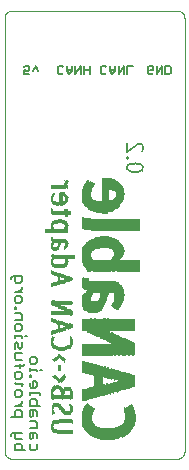
<source format=gbo>
G75*
%MOIN*%
%OFA0B0*%
%FSLAX25Y25*%
%IPPOS*%
%LPD*%
%AMOC8*
5,1,8,0,0,1.08239X$1,22.5*
%
%ADD10C,0.00000*%
%ADD11C,0.00600*%
%ADD12C,0.00500*%
%ADD13R,0.00286X0.01140*%
%ADD14R,0.00285X0.01140*%
%ADD15R,0.00286X0.02280*%
%ADD16R,0.00286X0.03140*%
%ADD17R,0.00286X0.02570*%
%ADD18R,0.00286X0.01430*%
%ADD19R,0.00286X0.01420*%
%ADD20R,0.00286X0.01710*%
%ADD21R,0.00286X0.00860*%
%ADD22R,0.00286X0.02000*%
%ADD23R,0.00286X0.02860*%
%ADD24R,0.00286X0.03720*%
%ADD25R,0.00286X0.03430*%
%ADD26R,0.00286X0.02570*%
%ADD27R,0.00286X0.01150*%
%ADD28R,0.00286X0.03710*%
%ADD29R,0.00286X0.02290*%
%ADD30R,0.00285X0.03430*%
%ADD31R,0.00285X0.04000*%
%ADD32R,0.00285X0.00290*%
%ADD33R,0.00285X0.00280*%
%ADD34R,0.00285X0.03720*%
%ADD35R,0.00285X0.01430*%
%ADD36R,0.00285X0.01720*%
%ADD37R,0.00285X0.04290*%
%ADD38R,0.00285X0.02000*%
%ADD39R,0.00286X0.01720*%
%ADD40R,0.00286X0.00580*%
%ADD41R,0.00286X0.00280*%
%ADD42R,0.00286X0.01140*%
%ADD43R,0.00286X0.00570*%
%ADD44R,0.00285X0.01420*%
%ADD45R,0.00285X0.01150*%
%ADD46R,0.00286X0.04000*%
%ADD47R,0.00286X0.04290*%
%ADD48R,0.00285X0.02290*%
%ADD49R,0.00285X0.02570*%
%ADD50R,0.00285X0.01140*%
%ADD51R,0.00286X0.04570*%
%ADD52R,0.00285X0.02280*%
%ADD53R,0.00285X0.01710*%
%ADD54R,0.00285X0.04570*%
%ADD55R,0.00286X0.01720*%
%ADD56R,0.00286X0.02850*%
%ADD57R,0.00285X0.03140*%
%ADD58R,0.00285X0.02860*%
%ADD59R,0.00286X0.00570*%
%ADD60R,0.00286X0.00850*%
%ADD61R,0.00286X0.03420*%
%ADD62R,0.00285X0.05430*%
%ADD63R,0.00285X0.03710*%
%ADD64R,0.00285X0.05140*%
%ADD65R,0.00285X0.04860*%
%ADD66R,0.00286X0.06850*%
%ADD67R,0.00286X0.05140*%
%ADD68R,0.00286X0.06570*%
%ADD69R,0.00286X0.06280*%
%ADD70R,0.00286X0.08000*%
%ADD71R,0.00286X0.05710*%
%ADD72R,0.00286X0.07430*%
%ADD73R,0.00286X0.07150*%
%ADD74R,0.00285X0.08860*%
%ADD75R,0.00285X0.06290*%
%ADD76R,0.00285X0.08000*%
%ADD77R,0.00285X0.07710*%
%ADD78R,0.00286X0.09430*%
%ADD79R,0.00286X0.04280*%
%ADD80R,0.00286X0.09150*%
%ADD81R,0.00286X0.08570*%
%ADD82R,0.00286X0.09710*%
%ADD83R,0.00286X0.04570*%
%ADD84R,0.00286X0.11150*%
%ADD85R,0.00286X0.09720*%
%ADD86R,0.00286X0.03720*%
%ADD87R,0.00286X0.09140*%
%ADD88R,0.00286X0.10000*%
%ADD89R,0.00285X0.10000*%
%ADD90R,0.00285X0.04280*%
%ADD91R,0.00285X0.10570*%
%ADD92R,0.00285X0.10290*%
%ADD93R,0.00285X0.09720*%
%ADD94R,0.00286X0.04860*%
%ADD95R,0.00286X0.10570*%
%ADD96R,0.00285X0.03150*%
%ADD97R,0.00286X0.05430*%
%ADD98R,0.00286X0.04580*%
%ADD99R,0.00286X0.11430*%
%ADD100R,0.00286X0.05720*%
%ADD101R,0.00285X0.11430*%
%ADD102R,0.00285X0.05720*%
%ADD103R,0.00286X0.06000*%
%ADD104R,0.00285X0.10860*%
%ADD105R,0.00285X0.06000*%
%ADD106R,0.00286X0.10860*%
%ADD107R,0.00286X0.06290*%
%ADD108R,0.00286X0.10280*%
%ADD109R,0.00286X0.06570*%
%ADD110R,0.00285X0.10280*%
%ADD111R,0.00285X0.06570*%
%ADD112R,0.00285X0.05710*%
%ADD113R,0.00286X0.06860*%
%ADD114R,0.00286X0.11720*%
%ADD115R,0.00285X0.07140*%
%ADD116R,0.00285X0.11720*%
%ADD117R,0.00286X0.07140*%
%ADD118R,0.00285X0.07430*%
%ADD119R,0.00286X0.07720*%
%ADD120R,0.00285X0.03420*%
%ADD121R,0.00286X0.07720*%
%ADD122R,0.00286X0.05150*%
%ADD123R,0.00285X0.07150*%
%ADD124R,0.00285X0.09430*%
%ADD125R,0.00286X0.09420*%
%ADD126R,0.00286X0.08850*%
%ADD127R,0.00285X0.06860*%
%ADD128R,0.00285X0.06570*%
%ADD129R,0.00285X0.08290*%
%ADD130R,0.00286X0.07710*%
%ADD131R,0.00285X0.06280*%
%ADD132R,0.00286X0.05720*%
%ADD133R,0.00285X0.05720*%
%ADD134R,0.00285X0.09140*%
%ADD135R,0.00285X0.03140*%
%ADD136R,0.00286X0.09140*%
%ADD137R,0.00286X0.08860*%
%ADD138R,0.00286X0.04850*%
%ADD139R,0.00285X0.00570*%
%ADD140R,0.00285X0.00570*%
%ADD141R,0.00285X0.00860*%
%ADD142R,0.00286X0.08570*%
%ADD143R,0.00285X0.00850*%
%ADD144R,0.00285X0.02570*%
D10*
X0035095Y0032058D02*
X0035095Y0176433D01*
X0035097Y0176531D01*
X0035103Y0176629D01*
X0035112Y0176727D01*
X0035126Y0176824D01*
X0035143Y0176921D01*
X0035164Y0177017D01*
X0035189Y0177112D01*
X0035217Y0177206D01*
X0035250Y0177298D01*
X0035285Y0177390D01*
X0035325Y0177480D01*
X0035367Y0177568D01*
X0035414Y0177655D01*
X0035463Y0177739D01*
X0035516Y0177822D01*
X0035572Y0177902D01*
X0035632Y0177981D01*
X0035694Y0178057D01*
X0035759Y0178130D01*
X0035827Y0178201D01*
X0035898Y0178269D01*
X0035971Y0178334D01*
X0036047Y0178396D01*
X0036126Y0178456D01*
X0036206Y0178512D01*
X0036289Y0178565D01*
X0036373Y0178614D01*
X0036460Y0178661D01*
X0036548Y0178703D01*
X0036638Y0178743D01*
X0036730Y0178778D01*
X0036822Y0178811D01*
X0036916Y0178839D01*
X0037011Y0178864D01*
X0037107Y0178885D01*
X0037204Y0178902D01*
X0037301Y0178916D01*
X0037399Y0178925D01*
X0037497Y0178931D01*
X0037595Y0178933D01*
X0092595Y0178933D01*
X0092693Y0178931D01*
X0092791Y0178925D01*
X0092889Y0178916D01*
X0092986Y0178902D01*
X0093083Y0178885D01*
X0093179Y0178864D01*
X0093274Y0178839D01*
X0093368Y0178811D01*
X0093460Y0178778D01*
X0093552Y0178743D01*
X0093642Y0178703D01*
X0093730Y0178661D01*
X0093817Y0178614D01*
X0093901Y0178565D01*
X0093984Y0178512D01*
X0094064Y0178456D01*
X0094143Y0178396D01*
X0094219Y0178334D01*
X0094292Y0178269D01*
X0094363Y0178201D01*
X0094431Y0178130D01*
X0094496Y0178057D01*
X0094558Y0177981D01*
X0094618Y0177902D01*
X0094674Y0177822D01*
X0094727Y0177739D01*
X0094776Y0177655D01*
X0094823Y0177568D01*
X0094865Y0177480D01*
X0094905Y0177390D01*
X0094940Y0177298D01*
X0094973Y0177206D01*
X0095001Y0177112D01*
X0095026Y0177017D01*
X0095047Y0176921D01*
X0095064Y0176824D01*
X0095078Y0176727D01*
X0095087Y0176629D01*
X0095093Y0176531D01*
X0095095Y0176433D01*
X0095095Y0032058D01*
X0095093Y0031960D01*
X0095087Y0031862D01*
X0095078Y0031764D01*
X0095064Y0031667D01*
X0095047Y0031570D01*
X0095026Y0031474D01*
X0095001Y0031379D01*
X0094973Y0031285D01*
X0094940Y0031193D01*
X0094905Y0031101D01*
X0094865Y0031011D01*
X0094823Y0030923D01*
X0094776Y0030836D01*
X0094727Y0030752D01*
X0094674Y0030669D01*
X0094618Y0030589D01*
X0094558Y0030510D01*
X0094496Y0030434D01*
X0094431Y0030361D01*
X0094363Y0030290D01*
X0094292Y0030222D01*
X0094219Y0030157D01*
X0094143Y0030095D01*
X0094064Y0030035D01*
X0093984Y0029979D01*
X0093901Y0029926D01*
X0093817Y0029877D01*
X0093730Y0029830D01*
X0093642Y0029788D01*
X0093552Y0029748D01*
X0093460Y0029713D01*
X0093368Y0029680D01*
X0093274Y0029652D01*
X0093179Y0029627D01*
X0093083Y0029606D01*
X0092986Y0029589D01*
X0092889Y0029575D01*
X0092791Y0029566D01*
X0092693Y0029560D01*
X0092595Y0029558D01*
X0037595Y0029558D01*
X0037497Y0029560D01*
X0037399Y0029566D01*
X0037301Y0029575D01*
X0037204Y0029589D01*
X0037107Y0029606D01*
X0037011Y0029627D01*
X0036916Y0029652D01*
X0036822Y0029680D01*
X0036730Y0029713D01*
X0036638Y0029748D01*
X0036548Y0029788D01*
X0036460Y0029830D01*
X0036373Y0029877D01*
X0036289Y0029926D01*
X0036206Y0029979D01*
X0036126Y0030035D01*
X0036047Y0030095D01*
X0035971Y0030157D01*
X0035898Y0030222D01*
X0035827Y0030290D01*
X0035759Y0030361D01*
X0035694Y0030434D01*
X0035632Y0030510D01*
X0035572Y0030589D01*
X0035516Y0030669D01*
X0035463Y0030752D01*
X0035414Y0030836D01*
X0035367Y0030923D01*
X0035325Y0031011D01*
X0035285Y0031101D01*
X0035250Y0031193D01*
X0035217Y0031285D01*
X0035189Y0031379D01*
X0035164Y0031474D01*
X0035143Y0031570D01*
X0035126Y0031667D01*
X0035112Y0031764D01*
X0035103Y0031862D01*
X0035097Y0031960D01*
X0035095Y0032058D01*
D11*
X0038520Y0032358D02*
X0038520Y0034060D01*
X0039087Y0034627D01*
X0040222Y0034627D01*
X0040789Y0034060D01*
X0040789Y0032358D01*
X0041923Y0032358D02*
X0038520Y0032358D01*
X0039087Y0036041D02*
X0038520Y0036608D01*
X0038520Y0038310D01*
X0037953Y0038310D02*
X0037386Y0037743D01*
X0037386Y0037176D01*
X0037953Y0038310D02*
X0040789Y0038310D01*
X0040789Y0036041D02*
X0039087Y0036041D01*
X0043520Y0036608D02*
X0044087Y0036041D01*
X0044654Y0036608D01*
X0044654Y0038310D01*
X0045222Y0038310D02*
X0043520Y0038310D01*
X0043520Y0036608D01*
X0043520Y0034627D02*
X0043520Y0032925D01*
X0044087Y0032358D01*
X0045222Y0032358D01*
X0045789Y0032925D01*
X0045789Y0034627D01*
X0045789Y0036608D02*
X0045789Y0037743D01*
X0045222Y0038310D01*
X0045789Y0039724D02*
X0045789Y0041426D01*
X0045222Y0041993D01*
X0043520Y0041993D01*
X0044087Y0043408D02*
X0043520Y0043975D01*
X0043520Y0045676D01*
X0045222Y0045676D01*
X0045789Y0045109D01*
X0045789Y0043975D01*
X0044654Y0043975D02*
X0044654Y0045676D01*
X0044654Y0043975D02*
X0044087Y0043408D01*
X0043520Y0047091D02*
X0043520Y0048792D01*
X0044087Y0049359D01*
X0045222Y0049359D01*
X0045789Y0048792D01*
X0045789Y0047091D01*
X0046923Y0047091D02*
X0043520Y0047091D01*
X0040789Y0047091D02*
X0038520Y0047091D01*
X0039654Y0047091D02*
X0040789Y0048225D01*
X0040789Y0048792D01*
X0040222Y0050160D02*
X0039087Y0050160D01*
X0038520Y0050727D01*
X0038520Y0051861D01*
X0039087Y0052429D01*
X0040222Y0052429D01*
X0040789Y0051861D01*
X0040789Y0050727D01*
X0040222Y0050160D01*
X0040789Y0053843D02*
X0040789Y0054977D01*
X0041356Y0054410D02*
X0039087Y0054410D01*
X0038520Y0054977D01*
X0039087Y0056298D02*
X0038520Y0056866D01*
X0038520Y0058000D01*
X0039087Y0058567D01*
X0040222Y0058567D01*
X0040789Y0058000D01*
X0040789Y0056866D01*
X0040222Y0056298D01*
X0039087Y0056298D01*
X0040222Y0059982D02*
X0040222Y0061116D01*
X0041356Y0060549D02*
X0038520Y0060549D01*
X0039087Y0062437D02*
X0038520Y0063004D01*
X0038520Y0064706D01*
X0040789Y0064706D01*
X0040222Y0066120D02*
X0039654Y0066687D01*
X0039654Y0067822D01*
X0039087Y0068389D01*
X0038520Y0067822D01*
X0038520Y0066120D01*
X0040222Y0066120D02*
X0040789Y0066687D01*
X0040789Y0068389D01*
X0040789Y0069803D02*
X0040789Y0070371D01*
X0038520Y0070371D01*
X0038520Y0070938D02*
X0038520Y0069803D01*
X0039087Y0072259D02*
X0038520Y0072826D01*
X0038520Y0073960D01*
X0039087Y0074527D01*
X0040222Y0074527D01*
X0040789Y0073960D01*
X0040789Y0072826D01*
X0040222Y0072259D01*
X0039087Y0072259D01*
X0038520Y0075942D02*
X0040789Y0075942D01*
X0040789Y0077643D01*
X0040222Y0078211D01*
X0038520Y0078211D01*
X0038520Y0079625D02*
X0038520Y0080192D01*
X0039087Y0080192D01*
X0039087Y0079625D01*
X0038520Y0079625D01*
X0039087Y0081467D02*
X0038520Y0082034D01*
X0038520Y0083168D01*
X0039087Y0083735D01*
X0040222Y0083735D01*
X0040789Y0083168D01*
X0040789Y0082034D01*
X0040222Y0081467D01*
X0039087Y0081467D01*
X0038520Y0085150D02*
X0040789Y0085150D01*
X0040789Y0086284D02*
X0040789Y0086851D01*
X0040789Y0086284D02*
X0039654Y0085150D01*
X0039087Y0088219D02*
X0038520Y0088786D01*
X0038520Y0090488D01*
X0037953Y0090488D02*
X0037386Y0089921D01*
X0037386Y0089353D01*
X0037953Y0090488D02*
X0040789Y0090488D01*
X0040789Y0088786D01*
X0040222Y0088219D01*
X0039087Y0088219D01*
X0041923Y0070371D02*
X0042490Y0070371D01*
X0044087Y0063478D02*
X0043520Y0062911D01*
X0043520Y0061777D01*
X0044087Y0061209D01*
X0045222Y0061209D01*
X0045789Y0061777D01*
X0045789Y0062911D01*
X0045222Y0063478D01*
X0044087Y0063478D01*
X0041923Y0061116D02*
X0041356Y0060549D01*
X0040789Y0062437D02*
X0039087Y0062437D01*
X0043520Y0059888D02*
X0043520Y0058754D01*
X0043520Y0059321D02*
X0045789Y0059321D01*
X0045789Y0058754D01*
X0046923Y0059321D02*
X0047490Y0059321D01*
X0044087Y0057480D02*
X0043520Y0057480D01*
X0043520Y0056912D01*
X0044087Y0056912D01*
X0044087Y0057480D01*
X0044654Y0055498D02*
X0044654Y0053229D01*
X0044087Y0053229D02*
X0045222Y0053229D01*
X0045789Y0053796D01*
X0045789Y0054931D01*
X0045222Y0055498D01*
X0044654Y0055498D01*
X0043520Y0054931D02*
X0043520Y0053796D01*
X0044087Y0053229D01*
X0043520Y0051908D02*
X0043520Y0050774D01*
X0043520Y0051341D02*
X0046923Y0051341D01*
X0046923Y0050774D01*
X0040789Y0045109D02*
X0040789Y0043408D01*
X0037386Y0043408D01*
X0038520Y0043408D02*
X0038520Y0045109D01*
X0039087Y0045676D01*
X0040222Y0045676D01*
X0040789Y0045109D01*
X0043520Y0039724D02*
X0045789Y0039724D01*
D12*
X0043397Y0157856D02*
X0041595Y0157856D01*
X0041595Y0159207D01*
X0042496Y0158757D01*
X0042946Y0158757D01*
X0043397Y0159207D01*
X0043397Y0160108D01*
X0042946Y0160558D01*
X0042046Y0160558D01*
X0041595Y0160108D01*
X0044542Y0158757D02*
X0045442Y0160558D01*
X0046343Y0158757D01*
X0052845Y0158306D02*
X0052845Y0160108D01*
X0053296Y0160558D01*
X0054196Y0160558D01*
X0054647Y0160108D01*
X0055792Y0160558D02*
X0055792Y0158757D01*
X0056692Y0157856D01*
X0057593Y0158757D01*
X0057593Y0160558D01*
X0058738Y0160558D02*
X0058738Y0157856D01*
X0060540Y0160558D01*
X0060540Y0157856D01*
X0061685Y0157856D02*
X0061685Y0160558D01*
X0061685Y0159207D02*
X0063486Y0159207D01*
X0063486Y0157856D02*
X0063486Y0160558D01*
X0067220Y0160108D02*
X0067220Y0158306D01*
X0067671Y0157856D01*
X0068571Y0157856D01*
X0069022Y0158306D01*
X0070167Y0158757D02*
X0071067Y0157856D01*
X0071968Y0158757D01*
X0071968Y0160558D01*
X0073113Y0160558D02*
X0073113Y0157856D01*
X0074915Y0160558D01*
X0074915Y0157856D01*
X0076060Y0157856D02*
X0076060Y0160558D01*
X0077861Y0160558D01*
X0082845Y0160108D02*
X0082845Y0158306D01*
X0083296Y0157856D01*
X0084196Y0157856D01*
X0084647Y0158306D01*
X0084647Y0159207D02*
X0083746Y0159207D01*
X0084647Y0159207D02*
X0084647Y0160108D01*
X0084196Y0160558D01*
X0083296Y0160558D01*
X0082845Y0160108D01*
X0085792Y0160558D02*
X0085792Y0157856D01*
X0087593Y0160558D01*
X0087593Y0157856D01*
X0088738Y0157856D02*
X0090089Y0157856D01*
X0090540Y0158306D01*
X0090540Y0160108D01*
X0090089Y0160558D01*
X0088738Y0160558D01*
X0088738Y0157856D01*
X0071968Y0159207D02*
X0070167Y0159207D01*
X0070167Y0158757D02*
X0070167Y0160558D01*
X0069022Y0160108D02*
X0068571Y0160558D01*
X0067671Y0160558D01*
X0067220Y0160108D01*
X0057593Y0159207D02*
X0055792Y0159207D01*
X0054647Y0158306D02*
X0054196Y0157856D01*
X0053296Y0157856D01*
X0052845Y0158306D01*
D13*
X0052845Y0120238D03*
X0052559Y0120238D03*
X0051988Y0120238D03*
X0051702Y0120238D03*
X0051131Y0120238D03*
X0050845Y0120238D03*
X0051702Y0117378D03*
X0053131Y0120238D03*
X0053702Y0120238D03*
X0053988Y0120238D03*
X0054559Y0120238D03*
X0054845Y0120238D03*
X0054845Y0117668D03*
X0055131Y0117668D03*
X0055131Y0111378D03*
X0054845Y0111378D03*
X0054559Y0111378D03*
X0053988Y0111378D03*
X0053702Y0111378D03*
X0053131Y0111378D03*
X0052845Y0111378D03*
X0052559Y0111378D03*
X0051988Y0111378D03*
X0051702Y0111378D03*
X0050845Y0105378D03*
X0050559Y0105378D03*
X0049988Y0105378D03*
X0049702Y0105378D03*
X0049131Y0105378D03*
X0048845Y0105378D03*
X0052559Y0105378D03*
X0052845Y0105378D03*
X0053131Y0105378D03*
X0053702Y0105378D03*
X0053988Y0105378D03*
X0054559Y0105378D03*
X0054845Y0105378D03*
X0054845Y0102238D03*
X0054559Y0102238D03*
X0055131Y0102238D03*
X0053131Y0102238D03*
X0052845Y0102238D03*
X0052559Y0102238D03*
X0052559Y0099378D03*
X0051988Y0099378D03*
X0052559Y0093668D03*
X0052845Y0093668D03*
X0053131Y0093668D03*
X0053702Y0093668D03*
X0053988Y0093668D03*
X0054559Y0093668D03*
X0055131Y0093948D03*
X0055131Y0090238D03*
X0055702Y0090238D03*
X0052559Y0087948D03*
X0051988Y0087668D03*
X0051702Y0087668D03*
X0051131Y0087378D03*
X0050845Y0087378D03*
X0051702Y0091378D03*
X0050845Y0091668D03*
X0054845Y0079668D03*
X0055131Y0079668D03*
X0057988Y0078238D03*
X0055702Y0074238D03*
X0057702Y0073668D03*
X0057988Y0073668D03*
X0055131Y0066238D03*
X0054845Y0066238D03*
X0054559Y0066238D03*
X0053988Y0066238D03*
X0053702Y0066238D03*
X0053131Y0066238D03*
X0051702Y0069378D03*
X0051988Y0075378D03*
X0051131Y0075668D03*
X0052559Y0053378D03*
X0052845Y0053378D03*
X0053131Y0053378D03*
X0051988Y0047378D03*
X0052559Y0041948D03*
X0052845Y0041948D03*
X0053131Y0041948D03*
X0057988Y0041948D03*
X0064845Y0045948D03*
X0057131Y0111378D03*
X0056845Y0111378D03*
X0056559Y0111378D03*
X0081131Y0125948D03*
D14*
X0076274Y0129948D03*
X0056274Y0120238D03*
X0054274Y0120238D03*
X0053417Y0120238D03*
X0052274Y0120238D03*
X0051417Y0120238D03*
X0052274Y0111378D03*
X0053417Y0111378D03*
X0054274Y0111378D03*
X0054274Y0105378D03*
X0053417Y0105378D03*
X0050274Y0105378D03*
X0049417Y0105378D03*
X0052274Y0099378D03*
X0053417Y0093668D03*
X0054274Y0093668D03*
X0055417Y0090238D03*
X0054274Y0079948D03*
X0052274Y0075378D03*
X0051417Y0075668D03*
X0052274Y0071948D03*
X0051417Y0071668D03*
X0053417Y0066238D03*
X0054274Y0066238D03*
X0055417Y0066238D03*
X0055417Y0062238D03*
X0053417Y0053378D03*
X0053417Y0041948D03*
X0056274Y0105378D03*
D15*
X0055988Y0089378D03*
X0071702Y0080808D03*
X0050845Y0040238D03*
D16*
X0051131Y0040378D03*
X0050845Y0051238D03*
X0061131Y0117238D03*
X0075988Y0133238D03*
D17*
X0051131Y0100383D03*
X0061131Y0082093D03*
X0050845Y0068383D03*
X0064559Y0045523D03*
D18*
X0057702Y0042093D03*
X0057131Y0042093D03*
X0056845Y0042093D03*
X0056559Y0042093D03*
X0055988Y0042093D03*
X0055702Y0042093D03*
X0055131Y0042093D03*
X0054845Y0042093D03*
X0054559Y0042093D03*
X0053988Y0042093D03*
X0053702Y0042093D03*
X0055988Y0044663D03*
X0056559Y0044663D03*
X0057131Y0047233D03*
X0056845Y0050093D03*
X0056559Y0050093D03*
X0055988Y0050093D03*
X0055702Y0050093D03*
X0055131Y0050093D03*
X0053988Y0050093D03*
X0053702Y0050093D03*
X0053131Y0050093D03*
X0052845Y0050093D03*
X0052559Y0050093D03*
X0051988Y0050093D03*
X0052559Y0047523D03*
X0052845Y0047523D03*
X0053131Y0047523D03*
X0053702Y0053233D03*
X0053702Y0055523D03*
X0052845Y0056093D03*
X0052559Y0056383D03*
X0051988Y0056953D03*
X0051988Y0062383D03*
X0052559Y0062953D03*
X0052845Y0063233D03*
X0053131Y0063523D03*
X0053988Y0063523D03*
X0054559Y0062953D03*
X0054845Y0062663D03*
X0055131Y0062383D03*
X0055702Y0066383D03*
X0055988Y0066383D03*
X0056559Y0066663D03*
X0056845Y0066953D03*
X0052845Y0066383D03*
X0052559Y0066383D03*
X0051988Y0066663D03*
X0051131Y0071523D03*
X0050845Y0071523D03*
X0052559Y0072093D03*
X0052845Y0072093D03*
X0052845Y0074953D03*
X0052559Y0075233D03*
X0051702Y0075523D03*
X0051702Y0078093D03*
X0051988Y0078093D03*
X0052559Y0078093D03*
X0052845Y0078093D03*
X0053131Y0078093D03*
X0053702Y0078093D03*
X0053988Y0078093D03*
X0054559Y0078093D03*
X0054845Y0078093D03*
X0055131Y0078093D03*
X0054559Y0074663D03*
X0051131Y0078093D03*
X0050845Y0078093D03*
X0050845Y0081523D03*
X0051131Y0081523D03*
X0054559Y0081523D03*
X0054845Y0081523D03*
X0055131Y0081523D03*
X0055702Y0081523D03*
X0055988Y0081523D03*
X0056559Y0081523D03*
X0056845Y0081523D03*
X0057131Y0081523D03*
X0057702Y0081523D03*
X0053988Y0088383D03*
X0052845Y0088093D03*
X0053988Y0090663D03*
X0052845Y0090953D03*
X0051988Y0091233D03*
X0051131Y0091523D03*
X0051702Y0094093D03*
X0051988Y0096663D03*
X0051702Y0099523D03*
X0051988Y0102093D03*
X0051131Y0102663D03*
X0050845Y0102953D03*
X0051988Y0105523D03*
X0051702Y0108093D03*
X0051988Y0108383D03*
X0053131Y0108663D03*
X0053702Y0108663D03*
X0053988Y0108663D03*
X0055131Y0108383D03*
X0055131Y0105523D03*
X0054845Y0114663D03*
X0051702Y0114953D03*
X0055131Y0120383D03*
X0057131Y0089523D03*
X0057702Y0089523D03*
X0056559Y0052953D03*
X0056845Y0052663D03*
X0055988Y0052953D03*
X0051988Y0038953D03*
X0052559Y0038663D03*
X0081702Y0133233D03*
D19*
X0054845Y0093808D03*
X0051988Y0093808D03*
X0052845Y0099808D03*
X0054559Y0079808D03*
X0050845Y0075808D03*
X0051702Y0071808D03*
X0051988Y0071808D03*
X0053702Y0063808D03*
X0053988Y0055808D03*
X0053131Y0055808D03*
X0051988Y0041808D03*
D20*
X0051702Y0039093D03*
X0051702Y0047093D03*
X0051988Y0053093D03*
X0054845Y0056523D03*
X0051702Y0067093D03*
X0056845Y0073663D03*
X0057131Y0073663D03*
X0050845Y0095093D03*
X0051702Y0101953D03*
X0051702Y0105663D03*
X0057131Y0045093D03*
D21*
X0051702Y0056948D03*
X0051702Y0062378D03*
X0071131Y0080378D03*
X0075131Y0098668D03*
X0075131Y0117808D03*
X0076559Y0125808D03*
X0076559Y0129808D03*
X0075988Y0129808D03*
X0076845Y0132378D03*
X0077131Y0132378D03*
X0077702Y0132948D03*
X0077988Y0133238D03*
X0078845Y0133808D03*
X0079702Y0134378D03*
X0079988Y0134378D03*
X0080559Y0134378D03*
X0080845Y0134378D03*
X0081131Y0127238D03*
X0081702Y0126668D03*
X0079988Y0125238D03*
X0050845Y0097238D03*
D22*
X0051702Y0096668D03*
X0053131Y0100098D03*
X0053988Y0101808D03*
X0050845Y0100378D03*
X0050845Y0107238D03*
X0050845Y0112098D03*
X0050845Y0116098D03*
X0064559Y0120668D03*
X0056559Y0089518D03*
X0061131Y0088098D03*
X0057131Y0078378D03*
X0056845Y0078378D03*
X0056559Y0073518D03*
X0052559Y0081238D03*
X0051702Y0052668D03*
X0053988Y0052668D03*
X0053702Y0046948D03*
X0053988Y0046668D03*
X0054845Y0045518D03*
X0055131Y0045238D03*
X0057988Y0046098D03*
D23*
X0057702Y0046238D03*
X0051131Y0045948D03*
X0053988Y0080808D03*
X0053702Y0101378D03*
X0055702Y0111378D03*
X0055988Y0111378D03*
X0055988Y0116238D03*
X0051131Y0116238D03*
X0074845Y0098808D03*
D24*
X0066559Y0080378D03*
X0068559Y0058378D03*
X0068845Y0058378D03*
X0071702Y0053238D03*
X0068559Y0052378D03*
X0054559Y0051238D03*
X0051131Y0051238D03*
X0070559Y0121238D03*
X0070845Y0121238D03*
D25*
X0071131Y0121093D03*
X0061131Y0097383D03*
X0055702Y0101093D03*
X0055702Y0116233D03*
X0057702Y0068523D03*
X0051131Y0068523D03*
X0054845Y0051093D03*
X0057702Y0051093D03*
X0068845Y0052523D03*
X0070845Y0053093D03*
X0071131Y0053093D03*
X0071988Y0053383D03*
X0072559Y0053383D03*
X0072559Y0057383D03*
X0072845Y0057383D03*
X0071702Y0057663D03*
X0071131Y0057663D03*
X0070559Y0057953D03*
X0069131Y0058233D03*
X0070559Y0069953D03*
D26*
X0057988Y0050663D03*
X0055988Y0078663D03*
X0055702Y0078663D03*
X0053702Y0080953D03*
X0051131Y0094953D03*
X0055702Y0120953D03*
D27*
X0053131Y0114523D03*
X0052845Y0114523D03*
X0052559Y0114523D03*
X0052559Y0108523D03*
X0052845Y0108523D03*
X0054559Y0108523D03*
X0054845Y0108523D03*
X0051131Y0097093D03*
X0052559Y0091093D03*
X0054559Y0090523D03*
X0054845Y0090523D03*
X0054845Y0088523D03*
X0054559Y0088523D03*
X0055131Y0088523D03*
X0055131Y0074523D03*
X0054845Y0074523D03*
X0054559Y0072523D03*
X0053988Y0072523D03*
X0051702Y0045093D03*
X0052845Y0038523D03*
X0053131Y0038523D03*
X0053702Y0038523D03*
X0053988Y0038523D03*
X0054559Y0038523D03*
X0054845Y0038523D03*
X0055131Y0038523D03*
X0055702Y0038523D03*
X0055988Y0038523D03*
X0056559Y0038523D03*
X0056845Y0038523D03*
X0057131Y0038523D03*
X0057702Y0038523D03*
X0057988Y0038523D03*
X0075988Y0126523D03*
D28*
X0071702Y0120953D03*
X0071988Y0120663D03*
X0066559Y0113523D03*
X0065988Y0113523D03*
X0064559Y0107523D03*
X0061702Y0108093D03*
X0055988Y0106663D03*
X0051131Y0106663D03*
X0055702Y0095523D03*
X0055988Y0095523D03*
X0053702Y0089523D03*
X0061702Y0088093D03*
X0065702Y0086953D03*
X0065988Y0086953D03*
X0066559Y0086953D03*
X0066845Y0086953D03*
X0067131Y0086953D03*
X0070559Y0086953D03*
X0070845Y0086953D03*
X0071131Y0086953D03*
X0071988Y0081523D03*
X0065988Y0080093D03*
X0065702Y0080093D03*
X0065131Y0080093D03*
X0064845Y0080093D03*
X0064559Y0080093D03*
X0057131Y0068093D03*
X0053702Y0073523D03*
X0069702Y0058093D03*
X0069988Y0058093D03*
X0071988Y0057523D03*
X0072845Y0053523D03*
X0070559Y0052953D03*
X0069702Y0052663D03*
X0069131Y0052663D03*
X0078559Y0074093D03*
X0066845Y0101523D03*
D29*
X0056559Y0078523D03*
X0053131Y0081093D03*
X0052845Y0081093D03*
X0055988Y0073663D03*
X0057988Y0068523D03*
X0053988Y0059663D03*
X0053702Y0059663D03*
X0054559Y0045953D03*
X0051131Y0111953D03*
D30*
X0051417Y0116233D03*
X0053417Y0101093D03*
X0061417Y0088233D03*
X0068274Y0058523D03*
X0069417Y0058233D03*
X0070274Y0057953D03*
X0071417Y0057663D03*
X0072274Y0057383D03*
X0072274Y0053383D03*
X0071417Y0053093D03*
X0057417Y0046233D03*
X0051417Y0045953D03*
X0051417Y0040233D03*
D31*
X0051417Y0051378D03*
X0054274Y0051378D03*
X0062274Y0059948D03*
X0063417Y0059668D03*
X0064274Y0059378D03*
X0064274Y0065948D03*
X0063417Y0065948D03*
X0062274Y0065948D03*
X0061417Y0065948D03*
X0065417Y0065948D03*
X0066274Y0065948D03*
X0067417Y0065948D03*
X0068274Y0065948D03*
X0069417Y0065948D03*
X0070274Y0065948D03*
X0078274Y0055378D03*
X0070274Y0037668D03*
X0069417Y0037668D03*
X0067417Y0037948D03*
X0066274Y0038238D03*
X0053417Y0073668D03*
X0053417Y0089378D03*
X0051417Y0101098D03*
X0051417Y0106808D03*
X0062274Y0107948D03*
X0063417Y0107668D03*
X0065417Y0107378D03*
X0066274Y0107378D03*
X0067417Y0107378D03*
X0068274Y0107378D03*
X0069417Y0107378D03*
X0070274Y0107378D03*
X0071417Y0107378D03*
X0072274Y0107378D03*
X0073417Y0107378D03*
X0074274Y0107378D03*
X0075417Y0107378D03*
X0076274Y0107378D03*
X0077417Y0107378D03*
X0078274Y0107378D03*
X0079417Y0107378D03*
X0080274Y0107378D03*
X0080274Y0093948D03*
X0079417Y0093948D03*
X0078274Y0093948D03*
X0077417Y0093948D03*
X0076274Y0093948D03*
X0075417Y0093948D03*
X0074274Y0093948D03*
X0070274Y0093948D03*
X0069417Y0093948D03*
X0068274Y0093948D03*
X0067417Y0093948D03*
X0066274Y0093948D03*
X0065417Y0093948D03*
X0062274Y0087948D03*
X0065417Y0086808D03*
X0064274Y0080238D03*
X0065417Y0101098D03*
X0066274Y0101378D03*
X0067417Y0101668D03*
X0068274Y0101668D03*
X0069417Y0101668D03*
X0067417Y0113378D03*
X0065417Y0113668D03*
X0070274Y0113668D03*
X0071417Y0113948D03*
X0072274Y0120518D03*
D32*
X0055417Y0122093D03*
X0051417Y0056953D03*
D33*
X0051417Y0062378D03*
D34*
X0051417Y0068378D03*
X0057417Y0068378D03*
X0057417Y0051238D03*
X0068274Y0052378D03*
X0070274Y0121238D03*
D35*
X0055417Y0117523D03*
X0055417Y0114953D03*
X0052274Y0114663D03*
X0053417Y0108663D03*
X0054274Y0108663D03*
X0055417Y0108093D03*
X0052274Y0105523D03*
X0052274Y0102093D03*
X0054274Y0102093D03*
X0055417Y0102093D03*
X0055417Y0096663D03*
X0055417Y0094093D03*
X0057417Y0089523D03*
X0054274Y0088383D03*
X0051417Y0087523D03*
X0052274Y0091233D03*
X0051417Y0091523D03*
X0052274Y0096663D03*
X0054274Y0081523D03*
X0055417Y0081523D03*
X0056274Y0081523D03*
X0057417Y0081523D03*
X0054274Y0078093D03*
X0053417Y0078093D03*
X0052274Y0078093D03*
X0051417Y0078093D03*
X0057417Y0073523D03*
X0056274Y0066663D03*
X0054274Y0063233D03*
X0052274Y0062663D03*
X0052274Y0066663D03*
X0052274Y0056663D03*
X0053417Y0055523D03*
X0052274Y0053233D03*
X0052274Y0050093D03*
X0053417Y0050093D03*
X0052274Y0047523D03*
X0053417Y0047233D03*
X0055417Y0044953D03*
X0056274Y0044663D03*
X0056274Y0042093D03*
X0055417Y0042093D03*
X0054274Y0042093D03*
X0052274Y0038663D03*
X0057417Y0042093D03*
X0056274Y0050093D03*
X0055417Y0050093D03*
X0056274Y0052953D03*
X0055417Y0056953D03*
X0071417Y0080663D03*
D36*
X0057417Y0078238D03*
X0051417Y0081378D03*
D37*
X0051417Y0095523D03*
X0061417Y0082093D03*
X0062274Y0074093D03*
X0071417Y0074093D03*
X0072274Y0074093D03*
X0073417Y0074093D03*
X0074274Y0074093D03*
X0075417Y0074093D03*
X0076274Y0074093D03*
X0077417Y0074093D03*
X0078274Y0074093D03*
X0064274Y0051523D03*
X0062274Y0050953D03*
X0061417Y0050663D03*
X0061417Y0060093D03*
X0065417Y0038663D03*
X0072274Y0038093D03*
X0074274Y0038663D03*
X0070274Y0101523D03*
X0072274Y0114663D03*
D38*
X0076274Y0126668D03*
X0056274Y0107238D03*
X0051417Y0111808D03*
X0056274Y0089518D03*
X0052274Y0081238D03*
D39*
X0051988Y0081378D03*
X0051702Y0081378D03*
X0056845Y0089378D03*
X0057702Y0078238D03*
X0054559Y0056238D03*
X0055131Y0052238D03*
X0051702Y0050238D03*
X0051702Y0041378D03*
D40*
X0051988Y0044808D03*
X0055702Y0056808D03*
D41*
X0055702Y0062378D03*
X0051988Y0069808D03*
X0056559Y0095238D03*
X0056559Y0101238D03*
X0056559Y0107238D03*
X0056559Y0116378D03*
X0056559Y0121808D03*
X0080845Y0131808D03*
X0070845Y0080378D03*
D42*
X0058559Y0096808D03*
X0057988Y0096808D03*
X0057702Y0096808D03*
X0057131Y0096808D03*
X0056845Y0096808D03*
X0056559Y0096808D03*
X0055131Y0096808D03*
X0054845Y0096808D03*
X0054559Y0096808D03*
X0053988Y0096808D03*
X0053702Y0096808D03*
X0053131Y0096808D03*
X0052845Y0096808D03*
X0052559Y0096808D03*
X0055702Y0088808D03*
X0053988Y0074808D03*
X0054845Y0072808D03*
X0055131Y0072808D03*
X0055702Y0072808D03*
X0055702Y0052808D03*
X0055702Y0044808D03*
X0056845Y0044808D03*
X0055131Y0114808D03*
X0051988Y0114808D03*
X0064845Y0120808D03*
D43*
X0076845Y0127663D03*
X0077131Y0127663D03*
X0077702Y0127953D03*
X0077988Y0127953D03*
X0078559Y0127953D03*
X0079131Y0127953D03*
X0079702Y0127953D03*
X0079988Y0127953D03*
X0080559Y0127663D03*
X0080845Y0125663D03*
X0055131Y0099663D03*
X0051988Y0117663D03*
X0075131Y0045953D03*
D44*
X0053417Y0063808D03*
X0052274Y0041808D03*
X0052274Y0087808D03*
X0052274Y0093808D03*
X0055417Y0099808D03*
X0056274Y0121808D03*
D45*
X0053417Y0114523D03*
X0052274Y0108523D03*
X0054274Y0090523D03*
X0055417Y0074523D03*
X0054274Y0072523D03*
X0054274Y0038523D03*
X0053417Y0038523D03*
X0055417Y0038523D03*
X0056274Y0038523D03*
X0057417Y0038523D03*
D46*
X0057131Y0051378D03*
X0061702Y0050808D03*
X0062845Y0051098D03*
X0063702Y0051378D03*
X0063988Y0051378D03*
X0064845Y0051668D03*
X0064559Y0059378D03*
X0063131Y0059668D03*
X0063131Y0065948D03*
X0062845Y0065948D03*
X0062559Y0065948D03*
X0061988Y0065948D03*
X0061702Y0065948D03*
X0063702Y0065948D03*
X0063988Y0065948D03*
X0064559Y0065948D03*
X0064845Y0065948D03*
X0065131Y0065948D03*
X0065702Y0065948D03*
X0065988Y0065948D03*
X0066559Y0065948D03*
X0066845Y0065948D03*
X0067131Y0065948D03*
X0067702Y0065948D03*
X0067988Y0065948D03*
X0068559Y0065948D03*
X0068845Y0065948D03*
X0069131Y0065948D03*
X0069702Y0065948D03*
X0069988Y0065948D03*
X0070559Y0065948D03*
X0078559Y0055378D03*
X0073131Y0038238D03*
X0071988Y0037948D03*
X0071702Y0037948D03*
X0070559Y0037668D03*
X0069988Y0037668D03*
X0069702Y0037668D03*
X0069131Y0037668D03*
X0068845Y0037668D03*
X0067988Y0037948D03*
X0067702Y0037948D03*
X0067131Y0037948D03*
X0066559Y0038238D03*
X0053131Y0073668D03*
X0061702Y0074238D03*
X0065131Y0086808D03*
X0062559Y0087668D03*
X0061988Y0087948D03*
X0064845Y0093948D03*
X0065131Y0093948D03*
X0065702Y0093948D03*
X0065988Y0093948D03*
X0066559Y0093948D03*
X0066845Y0093948D03*
X0067131Y0093948D03*
X0067702Y0093948D03*
X0067988Y0093948D03*
X0068559Y0093948D03*
X0068845Y0093948D03*
X0069131Y0093948D03*
X0069702Y0093948D03*
X0069988Y0093948D03*
X0070559Y0093948D03*
X0073988Y0093948D03*
X0074559Y0093948D03*
X0074845Y0093948D03*
X0075131Y0093948D03*
X0075702Y0093948D03*
X0075988Y0093948D03*
X0076559Y0093948D03*
X0076845Y0093948D03*
X0077131Y0093948D03*
X0077702Y0093948D03*
X0077988Y0093948D03*
X0078559Y0093948D03*
X0078845Y0093948D03*
X0079131Y0093948D03*
X0079702Y0093948D03*
X0079988Y0093948D03*
X0074559Y0098808D03*
X0070845Y0101378D03*
X0070559Y0101378D03*
X0069988Y0101668D03*
X0069702Y0101668D03*
X0069131Y0101668D03*
X0068845Y0101668D03*
X0068559Y0101668D03*
X0067988Y0101668D03*
X0067702Y0101668D03*
X0067131Y0101668D03*
X0066559Y0101378D03*
X0065988Y0101378D03*
X0065702Y0101378D03*
X0065131Y0101098D03*
X0065131Y0107378D03*
X0064845Y0107378D03*
X0065702Y0107378D03*
X0065988Y0107378D03*
X0066559Y0107378D03*
X0066845Y0107378D03*
X0067131Y0107378D03*
X0067702Y0107378D03*
X0067988Y0107378D03*
X0068559Y0107378D03*
X0068845Y0107378D03*
X0069131Y0107378D03*
X0069702Y0107378D03*
X0069988Y0107378D03*
X0070559Y0107378D03*
X0070845Y0107378D03*
X0071131Y0107378D03*
X0071702Y0107378D03*
X0071988Y0107378D03*
X0072559Y0107378D03*
X0072845Y0107378D03*
X0073131Y0107378D03*
X0073702Y0107378D03*
X0073988Y0107378D03*
X0074559Y0107378D03*
X0074845Y0107378D03*
X0075131Y0107378D03*
X0075702Y0107378D03*
X0075988Y0107378D03*
X0076559Y0107378D03*
X0076845Y0107378D03*
X0077131Y0107378D03*
X0077702Y0107378D03*
X0077988Y0107378D03*
X0078559Y0107378D03*
X0078845Y0107378D03*
X0079131Y0107378D03*
X0079702Y0107378D03*
X0079988Y0107378D03*
X0074845Y0117668D03*
X0071702Y0114238D03*
X0071131Y0113948D03*
X0070559Y0113668D03*
X0067702Y0113378D03*
X0067131Y0113378D03*
X0066845Y0113378D03*
X0065702Y0113668D03*
X0065131Y0113948D03*
X0064845Y0113948D03*
X0063988Y0107668D03*
X0063702Y0107668D03*
X0063131Y0107668D03*
X0062559Y0107948D03*
X0061988Y0107948D03*
X0055702Y0106808D03*
X0074845Y0084238D03*
D47*
X0071702Y0086663D03*
X0070845Y0094093D03*
X0064559Y0094093D03*
X0064845Y0086663D03*
X0062559Y0074093D03*
X0061988Y0074093D03*
X0070559Y0074093D03*
X0070845Y0074093D03*
X0071131Y0074093D03*
X0071702Y0074093D03*
X0071988Y0074093D03*
X0072559Y0074093D03*
X0072845Y0074093D03*
X0073131Y0074093D03*
X0073702Y0074093D03*
X0073988Y0074093D03*
X0074559Y0074093D03*
X0074845Y0074093D03*
X0075131Y0074093D03*
X0075702Y0074093D03*
X0075988Y0074093D03*
X0076559Y0074093D03*
X0076845Y0074093D03*
X0077131Y0074093D03*
X0077702Y0074093D03*
X0077988Y0074093D03*
X0078559Y0066093D03*
X0077988Y0055523D03*
X0073988Y0038663D03*
X0072845Y0038093D03*
X0072559Y0038093D03*
X0066845Y0038093D03*
X0062559Y0050953D03*
X0061988Y0050953D03*
X0064559Y0051523D03*
X0063988Y0059523D03*
X0063702Y0059523D03*
X0061988Y0060093D03*
X0061702Y0060093D03*
X0053131Y0089523D03*
X0064559Y0100663D03*
X0064845Y0100953D03*
X0064559Y0114093D03*
X0053702Y0116093D03*
D48*
X0055417Y0111663D03*
X0056274Y0101093D03*
X0056274Y0078523D03*
X0056274Y0073663D03*
X0053417Y0059663D03*
D49*
X0055417Y0078663D03*
X0053417Y0080953D03*
D50*
X0054274Y0074808D03*
X0055417Y0072808D03*
X0055417Y0088808D03*
X0054274Y0096808D03*
X0053417Y0096808D03*
X0057417Y0096808D03*
X0058274Y0096808D03*
X0055417Y0052808D03*
D51*
X0064845Y0039093D03*
X0074845Y0039093D03*
X0077702Y0055383D03*
X0077988Y0066233D03*
X0069988Y0086523D03*
X0064559Y0086523D03*
X0071131Y0094233D03*
X0054559Y0116233D03*
X0053988Y0116233D03*
D52*
X0056274Y0116238D03*
X0054274Y0046238D03*
D53*
X0054274Y0055953D03*
X0075417Y0045663D03*
X0055417Y0105663D03*
X0055417Y0120523D03*
X0081417Y0126523D03*
D54*
X0064274Y0114523D03*
X0054274Y0116233D03*
X0078274Y0066233D03*
X0077417Y0055383D03*
D55*
X0055131Y0056808D03*
D56*
X0078845Y0043093D03*
X0055988Y0101093D03*
X0055988Y0121093D03*
D57*
X0056274Y0095808D03*
D58*
X0056274Y0111378D03*
D59*
X0065131Y0121093D03*
X0077131Y0125383D03*
X0077702Y0125093D03*
X0077988Y0125093D03*
X0078559Y0125093D03*
X0078845Y0125093D03*
X0079131Y0125093D03*
X0079702Y0125093D03*
X0080559Y0125383D03*
X0076559Y0127383D03*
X0065131Y0046233D03*
X0056845Y0047383D03*
D60*
X0057988Y0081523D03*
X0057988Y0089523D03*
X0075131Y0084093D03*
X0076845Y0125523D03*
X0078845Y0128093D03*
X0080845Y0127523D03*
X0081131Y0132093D03*
X0081131Y0134093D03*
X0079131Y0134093D03*
X0078559Y0133523D03*
X0076559Y0132093D03*
D61*
X0069988Y0052808D03*
X0061131Y0042808D03*
D62*
X0061417Y0042953D03*
X0076274Y0066663D03*
D63*
X0069417Y0052663D03*
X0061417Y0074093D03*
X0065417Y0080093D03*
X0066274Y0080093D03*
X0066274Y0086953D03*
X0067417Y0086953D03*
X0070274Y0086953D03*
X0071417Y0086953D03*
X0064274Y0107523D03*
X0061417Y0108093D03*
X0066274Y0113523D03*
X0071417Y0120953D03*
D64*
X0061417Y0097378D03*
X0064274Y0086238D03*
X0064274Y0073668D03*
X0076274Y0055378D03*
X0075417Y0039668D03*
D65*
X0077417Y0066378D03*
X0063417Y0073808D03*
X0064274Y0094378D03*
X0064274Y0100378D03*
X0071417Y0094378D03*
X0074274Y0098948D03*
X0061417Y0117238D03*
D66*
X0061702Y0043093D03*
D67*
X0064559Y0039378D03*
X0076559Y0055378D03*
X0076845Y0055378D03*
X0063988Y0073668D03*
X0061702Y0081948D03*
X0069702Y0086238D03*
X0071988Y0086238D03*
X0074559Y0117668D03*
D68*
X0061702Y0097233D03*
X0069131Y0085523D03*
X0062559Y0082093D03*
X0073702Y0067233D03*
X0073988Y0055523D03*
D69*
X0074559Y0055378D03*
X0074845Y0055378D03*
X0061702Y0117378D03*
D70*
X0068559Y0084808D03*
X0073702Y0083948D03*
X0077988Y0043378D03*
X0061988Y0043098D03*
D71*
X0061988Y0081953D03*
D72*
X0068845Y0085093D03*
X0073988Y0083953D03*
X0069131Y0072523D03*
X0071702Y0067663D03*
X0061988Y0097093D03*
D73*
X0061988Y0117523D03*
X0071988Y0067523D03*
X0073131Y0055523D03*
D74*
X0077417Y0043238D03*
X0062274Y0043238D03*
X0073417Y0083808D03*
X0068274Y0084378D03*
D75*
X0062274Y0081953D03*
X0074274Y0067093D03*
X0074274Y0117663D03*
D76*
X0062274Y0097098D03*
X0070274Y0072238D03*
D77*
X0062274Y0117523D03*
D78*
X0063131Y0117523D03*
X0063702Y0117233D03*
X0072559Y0117523D03*
X0072845Y0117523D03*
X0067988Y0084093D03*
X0062559Y0043233D03*
X0075988Y0042093D03*
D79*
X0073702Y0038378D03*
X0071131Y0037808D03*
X0070845Y0037808D03*
X0068559Y0037808D03*
X0065988Y0038378D03*
X0065702Y0038378D03*
X0063131Y0051238D03*
X0064845Y0059238D03*
X0062845Y0059808D03*
X0062559Y0059808D03*
X0071131Y0101238D03*
X0071988Y0114378D03*
D80*
X0062559Y0097093D03*
X0076559Y0042523D03*
D81*
X0062559Y0117663D03*
D82*
X0063988Y0117093D03*
X0067702Y0083953D03*
X0062845Y0043093D03*
D83*
X0062845Y0073953D03*
X0063131Y0073953D03*
D84*
X0063131Y0084093D03*
X0062845Y0084093D03*
X0071988Y0097523D03*
X0065988Y0055523D03*
D85*
X0063131Y0042808D03*
X0062845Y0096808D03*
D86*
X0062845Y0107808D03*
X0070845Y0113808D03*
X0070845Y0057808D03*
D87*
X0075702Y0041948D03*
X0073131Y0083668D03*
X0062845Y0117668D03*
D88*
X0063131Y0096948D03*
X0073702Y0096948D03*
X0067988Y0055518D03*
X0063702Y0042378D03*
X0063988Y0042098D03*
D89*
X0064274Y0042098D03*
X0063417Y0042668D03*
D90*
X0068274Y0037808D03*
X0071417Y0037808D03*
X0073417Y0038378D03*
X0063417Y0051238D03*
X0071417Y0101238D03*
D91*
X0063417Y0083523D03*
D92*
X0063417Y0097093D03*
X0073417Y0097093D03*
D93*
X0063417Y0117378D03*
D94*
X0067131Y0081238D03*
X0063702Y0073808D03*
X0077131Y0066378D03*
X0077702Y0066378D03*
X0075131Y0039238D03*
D95*
X0066845Y0055523D03*
X0063988Y0083523D03*
X0063702Y0083523D03*
X0063702Y0097233D03*
X0063988Y0097233D03*
X0072845Y0097233D03*
X0073131Y0097233D03*
D96*
X0064274Y0120093D03*
D97*
X0073988Y0098953D03*
X0074559Y0084093D03*
X0064845Y0073523D03*
X0064559Y0073523D03*
X0075988Y0066663D03*
X0075988Y0055523D03*
X0078559Y0043233D03*
D98*
X0074559Y0038808D03*
X0065131Y0038808D03*
X0066845Y0080808D03*
X0071702Y0100808D03*
D99*
X0069988Y0117383D03*
X0065702Y0055383D03*
X0065131Y0055383D03*
D100*
X0075702Y0055378D03*
X0065702Y0073378D03*
X0065131Y0073378D03*
D101*
X0065417Y0055383D03*
D102*
X0075417Y0055378D03*
X0065417Y0073378D03*
D103*
X0065988Y0073238D03*
X0074559Y0066948D03*
X0074845Y0066948D03*
X0075131Y0055518D03*
D104*
X0066274Y0055378D03*
X0072274Y0097378D03*
D105*
X0069417Y0085808D03*
X0066274Y0073238D03*
D106*
X0066559Y0055378D03*
X0072559Y0097378D03*
D107*
X0066845Y0073093D03*
X0066559Y0073093D03*
X0073988Y0067093D03*
D108*
X0067702Y0055378D03*
X0067131Y0055378D03*
D109*
X0067131Y0072953D03*
D110*
X0067417Y0055378D03*
D111*
X0067417Y0072953D03*
D112*
X0067417Y0081663D03*
D113*
X0067702Y0072808D03*
X0067988Y0072808D03*
X0072559Y0067378D03*
X0072845Y0067378D03*
X0073131Y0067378D03*
X0073702Y0055378D03*
X0073988Y0117668D03*
D114*
X0069702Y0117238D03*
X0069131Y0117238D03*
X0068845Y0117238D03*
X0068559Y0117238D03*
X0067988Y0117238D03*
D115*
X0068274Y0072668D03*
D116*
X0068274Y0117238D03*
X0069417Y0117238D03*
D117*
X0068845Y0072668D03*
X0068559Y0072668D03*
D118*
X0069417Y0072523D03*
X0071417Y0067663D03*
D119*
X0069988Y0072378D03*
X0069702Y0072378D03*
D120*
X0070274Y0052808D03*
D121*
X0070845Y0067808D03*
X0071131Y0067808D03*
D122*
X0076559Y0066523D03*
X0076845Y0066523D03*
X0071702Y0094523D03*
D123*
X0072274Y0067523D03*
D124*
X0072274Y0084093D03*
D125*
X0072559Y0083808D03*
X0072845Y0083808D03*
D126*
X0073131Y0117523D03*
D127*
X0073417Y0055378D03*
X0078274Y0043378D03*
D128*
X0073417Y0067233D03*
X0074274Y0084093D03*
D129*
X0073417Y0117523D03*
D130*
X0073702Y0117523D03*
D131*
X0074274Y0055378D03*
D132*
X0075131Y0066808D03*
X0075702Y0066808D03*
D133*
X0075417Y0066808D03*
D134*
X0076274Y0042238D03*
D135*
X0076274Y0133238D03*
D136*
X0076845Y0042808D03*
D137*
X0077131Y0042948D03*
D138*
X0077131Y0055523D03*
D139*
X0078274Y0125093D03*
X0077417Y0125383D03*
X0079417Y0125093D03*
X0080274Y0125383D03*
X0078274Y0133383D03*
D140*
X0078274Y0127953D03*
X0077417Y0127953D03*
X0079417Y0127953D03*
D141*
X0080274Y0127808D03*
X0077417Y0132668D03*
X0080274Y0134378D03*
D142*
X0077702Y0043383D03*
D143*
X0079417Y0134093D03*
D144*
X0081417Y0133233D03*
M02*

</source>
